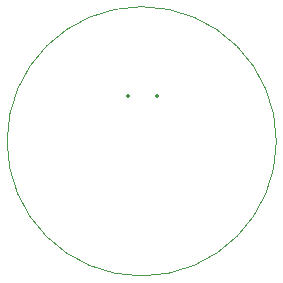
<source format=gko>
%TF.GenerationSoftware,KiCad,Pcbnew,8.0.6*%
%TF.CreationDate,2025-02-04T12:38:31+00:00*%
%TF.ProjectId,single_led,73696e67-6c65-45f6-9c65-642e6b696361,rev?*%
%TF.SameCoordinates,Original*%
%TF.FileFunction,Profile,NP*%
%FSLAX46Y46*%
G04 Gerber Fmt 4.6, Leading zero omitted, Abs format (unit mm)*
G04 Created by KiCad (PCBNEW 8.0.6) date 2025-02-04 12:38:31*
%MOMM*%
%LPD*%
G01*
G04 APERTURE LIST*
%TA.AperFunction,Profile*%
%ADD10C,0.050000*%
%TD*%
%ADD11C,0.350000*%
G04 APERTURE END LIST*
D10*
X144000000Y-91800000D02*
G75*
G02*
X121200000Y-91800000I-11400000J0D01*
G01*
X121200000Y-91800000D02*
G75*
G02*
X144000000Y-91800000I11400000J0D01*
G01*
D11*
X133900000Y-88000000D03*
X131400000Y-88000000D03*
M02*

</source>
